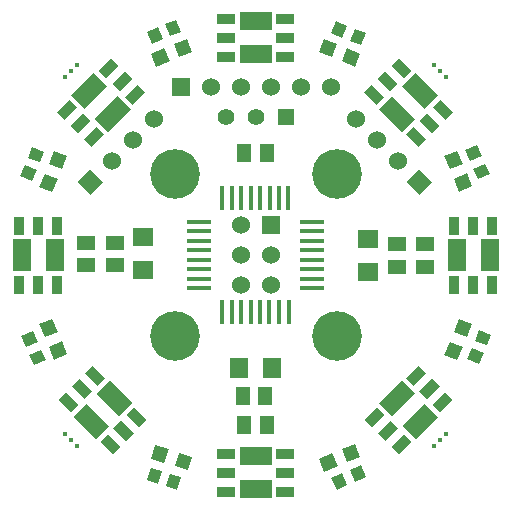
<source format=gts>
G04 (created by PCBNEW (2013-01-21 BZR 3918)-testing) date Wed 23 Jan 2013 08:24:13 PM CET*
%MOIN*%
G04 Gerber Fmt 3.4, Leading zero omitted, Abs format*
%FSLAX34Y34*%
G01*
G70*
G90*
G04 APERTURE LIST*
%ADD10C,2.3622e-06*%
%ADD11C,0.1654*%
%ADD12C,0.016*%
%ADD13R,0.055X0.055*%
%ADD14C,0.055*%
%ADD15R,0.0591X0.0354*%
%ADD16R,0.1063X0.063*%
%ADD17R,0.0787X0.0177*%
%ADD18R,0.0177X0.0787*%
%ADD19R,0.06X0.06*%
%ADD20C,0.06*%
%ADD21R,0.059X0.0511*%
%ADD22R,0.0511X0.059*%
%ADD23R,0.0708X0.0629*%
%ADD24R,0.0629X0.0708*%
%ADD25R,0.0354X0.0591*%
%ADD26R,0.063X0.1063*%
G04 APERTURE END LIST*
G54D10*
G54D11*
X35450Y-25150D03*
G54D12*
X38900Y-34000D03*
X39100Y-33800D03*
X38700Y-34200D03*
X26800Y-21500D03*
X26400Y-21900D03*
X26600Y-21700D03*
X26400Y-33800D03*
X26800Y-34200D03*
X26600Y-34000D03*
X39100Y-21900D03*
X38900Y-21700D03*
X38700Y-21500D03*
G54D13*
X33750Y-23250D03*
G54D14*
X32750Y-23250D03*
X31750Y-23250D03*
G54D10*
G36*
X37683Y-21942D02*
X37265Y-21524D01*
X37515Y-21274D01*
X37933Y-21692D01*
X37683Y-21942D01*
X37683Y-21942D01*
G37*
G36*
X37237Y-22388D02*
X36820Y-21970D01*
X37070Y-21720D01*
X37488Y-22137D01*
X37237Y-22388D01*
X37237Y-22388D01*
G37*
G36*
X36792Y-22833D02*
X36374Y-22415D01*
X36624Y-22165D01*
X37042Y-22583D01*
X36792Y-22833D01*
X36792Y-22833D01*
G37*
G36*
X38184Y-24225D02*
X37766Y-23807D01*
X38016Y-23557D01*
X38434Y-23975D01*
X38184Y-24225D01*
X38184Y-24225D01*
G37*
G36*
X38629Y-23779D02*
X38211Y-23362D01*
X38462Y-23111D01*
X38879Y-23529D01*
X38629Y-23779D01*
X38629Y-23779D01*
G37*
G36*
X39075Y-23334D02*
X38657Y-22916D01*
X38907Y-22666D01*
X39325Y-23084D01*
X39075Y-23334D01*
X39075Y-23334D01*
G37*
G36*
X37613Y-23738D02*
X36861Y-22986D01*
X37307Y-22541D01*
X38058Y-23292D01*
X37613Y-23738D01*
X37613Y-23738D01*
G37*
G36*
X38392Y-22958D02*
X37641Y-22207D01*
X38086Y-21761D01*
X38838Y-22513D01*
X38392Y-22958D01*
X38392Y-22958D01*
G37*
G54D15*
X31766Y-19970D03*
X31766Y-20600D03*
X31766Y-21230D03*
X33734Y-21230D03*
X33734Y-20600D03*
X33734Y-19970D03*
G54D16*
X32750Y-21151D03*
X32750Y-20049D03*
G54D10*
G36*
X25963Y-29960D02*
X26148Y-30394D01*
X25713Y-30579D01*
X25529Y-30144D01*
X25963Y-29960D01*
X25963Y-29960D01*
G37*
G36*
X26286Y-30720D02*
X26470Y-31155D01*
X26036Y-31339D01*
X25851Y-30905D01*
X26286Y-30720D01*
X26286Y-30720D01*
G37*
G36*
X26461Y-24536D02*
X26285Y-24974D01*
X25847Y-24797D01*
X26024Y-24359D01*
X26461Y-24536D01*
X26461Y-24536D01*
G37*
G36*
X26152Y-25302D02*
X25975Y-25740D01*
X25538Y-25563D01*
X25714Y-25125D01*
X26152Y-25302D01*
X26152Y-25302D01*
G37*
G36*
X39536Y-25739D02*
X39351Y-25305D01*
X39786Y-25120D01*
X39970Y-25555D01*
X39536Y-25739D01*
X39536Y-25739D01*
G37*
G36*
X39213Y-24979D02*
X39029Y-24544D01*
X39463Y-24360D01*
X39648Y-24794D01*
X39213Y-24979D01*
X39213Y-24979D01*
G37*
G36*
X39038Y-31163D02*
X39214Y-30725D01*
X39652Y-30902D01*
X39475Y-31340D01*
X39038Y-31163D01*
X39038Y-31163D01*
G37*
G36*
X39347Y-30397D02*
X39524Y-29959D01*
X39961Y-30136D01*
X39785Y-30574D01*
X39347Y-30397D01*
X39347Y-30397D01*
G37*
G36*
X34860Y-34636D02*
X35294Y-34451D01*
X35479Y-34886D01*
X35044Y-35070D01*
X34860Y-34636D01*
X34860Y-34636D01*
G37*
G36*
X35620Y-34313D02*
X36055Y-34129D01*
X36239Y-34563D01*
X35805Y-34748D01*
X35620Y-34313D01*
X35620Y-34313D01*
G37*
G36*
X29398Y-34184D02*
X29849Y-34322D01*
X29711Y-34773D01*
X29260Y-34635D01*
X29398Y-34184D01*
X29398Y-34184D01*
G37*
G36*
X30188Y-34426D02*
X30639Y-34564D01*
X30501Y-35015D01*
X30050Y-34877D01*
X30188Y-34426D01*
X30188Y-34426D01*
G37*
G36*
X30639Y-21063D02*
X30205Y-21248D01*
X30020Y-20813D01*
X30455Y-20629D01*
X30639Y-21063D01*
X30639Y-21063D01*
G37*
G36*
X29879Y-21386D02*
X29444Y-21570D01*
X29260Y-21136D01*
X29694Y-20951D01*
X29879Y-21386D01*
X29879Y-21386D01*
G37*
G36*
X36063Y-21561D02*
X35625Y-21385D01*
X35802Y-20947D01*
X36240Y-21124D01*
X36063Y-21561D01*
X36063Y-21561D01*
G37*
G36*
X35297Y-21252D02*
X34859Y-21075D01*
X35036Y-20638D01*
X35474Y-20814D01*
X35297Y-21252D01*
X35297Y-21252D01*
G37*
G54D11*
X35450Y-30550D03*
X30050Y-25150D03*
X30050Y-30550D03*
G54D17*
X30854Y-28943D03*
X30854Y-28628D03*
X30854Y-28313D03*
X30854Y-27998D03*
X30854Y-27683D03*
X30854Y-27368D03*
X30854Y-27053D03*
X30854Y-26738D03*
X34620Y-26740D03*
X34620Y-28950D03*
X34620Y-28630D03*
X34620Y-28310D03*
X34620Y-28000D03*
X34620Y-27680D03*
X34620Y-27370D03*
X34620Y-27050D03*
G54D18*
X31638Y-25950D03*
X31952Y-25950D03*
X32268Y-25950D03*
X32582Y-25950D03*
X32898Y-25950D03*
X33212Y-25950D03*
X33528Y-25950D03*
X33842Y-25950D03*
X31640Y-29730D03*
X31950Y-29730D03*
X32270Y-29730D03*
X32580Y-29730D03*
X32890Y-29730D03*
X33210Y-29730D03*
X33530Y-29730D03*
X33850Y-29730D03*
G54D19*
X33250Y-26850D03*
G54D20*
X32250Y-26850D03*
X33250Y-27850D03*
X32250Y-27850D03*
X33250Y-28850D03*
X32250Y-28850D03*
G54D21*
X27100Y-27426D03*
X27100Y-28174D03*
G54D22*
X32376Y-24450D03*
X33124Y-24450D03*
X32376Y-33500D03*
X33124Y-33500D03*
G54D21*
X38400Y-28224D03*
X38400Y-27476D03*
G54D22*
X32326Y-32550D03*
X33074Y-32550D03*
G54D23*
X29000Y-27249D03*
X29000Y-28351D03*
X36500Y-28401D03*
X36500Y-27299D03*
G54D21*
X28050Y-27426D03*
X28050Y-28174D03*
X37450Y-28224D03*
X37450Y-27476D03*
G54D24*
X32199Y-31600D03*
X33301Y-31600D03*
G54D15*
X33734Y-35730D03*
X33734Y-35100D03*
X33734Y-34470D03*
X31766Y-34470D03*
X31766Y-35100D03*
X31766Y-35730D03*
G54D16*
X32750Y-34549D03*
X32750Y-35651D03*
G54D10*
G36*
X38657Y-32833D02*
X39075Y-32415D01*
X39325Y-32665D01*
X38907Y-33083D01*
X38657Y-32833D01*
X38657Y-32833D01*
G37*
G36*
X38211Y-32387D02*
X38629Y-31970D01*
X38879Y-32220D01*
X38462Y-32638D01*
X38211Y-32387D01*
X38211Y-32387D01*
G37*
G36*
X37766Y-31942D02*
X38184Y-31524D01*
X38434Y-31774D01*
X38016Y-32192D01*
X37766Y-31942D01*
X37766Y-31942D01*
G37*
G36*
X36374Y-33334D02*
X36792Y-32916D01*
X37042Y-33166D01*
X36624Y-33584D01*
X36374Y-33334D01*
X36374Y-33334D01*
G37*
G36*
X36820Y-33779D02*
X37237Y-33361D01*
X37488Y-33612D01*
X37070Y-34029D01*
X36820Y-33779D01*
X36820Y-33779D01*
G37*
G36*
X37265Y-34225D02*
X37683Y-33807D01*
X37933Y-34057D01*
X37515Y-34475D01*
X37265Y-34225D01*
X37265Y-34225D01*
G37*
G36*
X36861Y-32763D02*
X37613Y-32011D01*
X38058Y-32457D01*
X37307Y-33208D01*
X36861Y-32763D01*
X36861Y-32763D01*
G37*
G36*
X37641Y-33542D02*
X38392Y-32791D01*
X38838Y-33236D01*
X38086Y-33988D01*
X37641Y-33542D01*
X37641Y-33542D01*
G37*
G54D25*
X40630Y-26866D03*
X40000Y-26866D03*
X39370Y-26866D03*
X39370Y-28834D03*
X40000Y-28834D03*
X40630Y-28834D03*
G54D26*
X39449Y-27850D03*
X40551Y-27850D03*
G54D10*
G36*
X26792Y-22916D02*
X26374Y-23334D01*
X26124Y-23084D01*
X26542Y-22666D01*
X26792Y-22916D01*
X26792Y-22916D01*
G37*
G36*
X27238Y-23362D02*
X26820Y-23779D01*
X26570Y-23529D01*
X26987Y-23111D01*
X27238Y-23362D01*
X27238Y-23362D01*
G37*
G36*
X27683Y-23807D02*
X27265Y-24225D01*
X27015Y-23975D01*
X27433Y-23557D01*
X27683Y-23807D01*
X27683Y-23807D01*
G37*
G36*
X29075Y-22415D02*
X28657Y-22833D01*
X28407Y-22583D01*
X28825Y-22165D01*
X29075Y-22415D01*
X29075Y-22415D01*
G37*
G36*
X28629Y-21970D02*
X28212Y-22388D01*
X27961Y-22137D01*
X28379Y-21720D01*
X28629Y-21970D01*
X28629Y-21970D01*
G37*
G36*
X28184Y-21524D02*
X27766Y-21942D01*
X27516Y-21692D01*
X27934Y-21274D01*
X28184Y-21524D01*
X28184Y-21524D01*
G37*
G36*
X28588Y-22986D02*
X27836Y-23738D01*
X27391Y-23292D01*
X28142Y-22541D01*
X28588Y-22986D01*
X28588Y-22986D01*
G37*
G36*
X27808Y-22207D02*
X27057Y-22958D01*
X26611Y-22513D01*
X27363Y-21761D01*
X27808Y-22207D01*
X27808Y-22207D01*
G37*
G54D25*
X24870Y-28834D03*
X25500Y-28834D03*
X26130Y-28834D03*
X26130Y-26866D03*
X25500Y-26866D03*
X24870Y-26866D03*
G54D26*
X26051Y-27850D03*
X24949Y-27850D03*
G54D10*
G36*
X27816Y-33807D02*
X28234Y-34225D01*
X27984Y-34475D01*
X27566Y-34057D01*
X27816Y-33807D01*
X27816Y-33807D01*
G37*
G36*
X28262Y-33361D02*
X28679Y-33779D01*
X28429Y-34029D01*
X28011Y-33612D01*
X28262Y-33361D01*
X28262Y-33361D01*
G37*
G36*
X28707Y-32916D02*
X29125Y-33334D01*
X28875Y-33584D01*
X28457Y-33166D01*
X28707Y-32916D01*
X28707Y-32916D01*
G37*
G36*
X27315Y-31524D02*
X27733Y-31942D01*
X27483Y-32192D01*
X27065Y-31774D01*
X27315Y-31524D01*
X27315Y-31524D01*
G37*
G36*
X26870Y-31970D02*
X27288Y-32387D01*
X27037Y-32638D01*
X26620Y-32220D01*
X26870Y-31970D01*
X26870Y-31970D01*
G37*
G36*
X26424Y-32415D02*
X26842Y-32833D01*
X26592Y-33083D01*
X26174Y-32665D01*
X26424Y-32415D01*
X26424Y-32415D01*
G37*
G36*
X27886Y-32011D02*
X28638Y-32763D01*
X28192Y-33208D01*
X27441Y-32457D01*
X27886Y-32011D01*
X27886Y-32011D01*
G37*
G36*
X27107Y-32791D02*
X27858Y-33542D01*
X27413Y-33988D01*
X26661Y-33236D01*
X27107Y-32791D01*
X27107Y-32791D01*
G37*
G36*
X35446Y-35656D02*
X35277Y-35257D01*
X35638Y-35104D01*
X35808Y-35503D01*
X35446Y-35656D01*
X35446Y-35656D01*
G37*
G36*
X36061Y-35395D02*
X35891Y-34996D01*
X36253Y-34843D01*
X36422Y-35242D01*
X36061Y-35395D01*
X36061Y-35395D01*
G37*
G36*
X40202Y-31472D02*
X39800Y-31310D01*
X39947Y-30946D01*
X40349Y-31108D01*
X40202Y-31472D01*
X40202Y-31472D01*
G37*
G36*
X40452Y-30853D02*
X40050Y-30691D01*
X40197Y-30327D01*
X40599Y-30489D01*
X40452Y-30853D01*
X40452Y-30853D01*
G37*
G36*
X40556Y-25153D02*
X40157Y-25322D01*
X40004Y-24961D01*
X40403Y-24791D01*
X40556Y-25153D01*
X40556Y-25153D01*
G37*
G36*
X40295Y-24538D02*
X39896Y-24708D01*
X39743Y-24346D01*
X40142Y-24177D01*
X40295Y-24538D01*
X40295Y-24538D01*
G37*
G36*
X36422Y-20447D02*
X36260Y-20849D01*
X35896Y-20702D01*
X36058Y-20300D01*
X36422Y-20447D01*
X36422Y-20447D01*
G37*
G36*
X35803Y-20197D02*
X35641Y-20599D01*
X35277Y-20452D01*
X35439Y-20050D01*
X35803Y-20197D01*
X35803Y-20197D01*
G37*
G36*
X30103Y-19993D02*
X30272Y-20392D01*
X29911Y-20545D01*
X29741Y-20146D01*
X30103Y-19993D01*
X30103Y-19993D01*
G37*
G36*
X29488Y-20254D02*
X29658Y-20653D01*
X29296Y-20806D01*
X29127Y-20407D01*
X29488Y-20254D01*
X29488Y-20254D01*
G37*
G36*
X25297Y-24227D02*
X25699Y-24389D01*
X25552Y-24753D01*
X25150Y-24591D01*
X25297Y-24227D01*
X25297Y-24227D01*
G37*
G36*
X25047Y-24846D02*
X25449Y-25008D01*
X25302Y-25372D01*
X24900Y-25210D01*
X25047Y-24846D01*
X25047Y-24846D01*
G37*
G36*
X24943Y-30546D02*
X25342Y-30377D01*
X25495Y-30738D01*
X25096Y-30908D01*
X24943Y-30546D01*
X24943Y-30546D01*
G37*
G36*
X25204Y-31161D02*
X25603Y-30991D01*
X25756Y-31353D01*
X25357Y-31522D01*
X25204Y-31161D01*
X25204Y-31161D01*
G37*
G36*
X29129Y-35351D02*
X29255Y-34937D01*
X29631Y-35052D01*
X29505Y-35466D01*
X29129Y-35351D01*
X29129Y-35351D01*
G37*
G36*
X29768Y-35547D02*
X29894Y-35133D01*
X30270Y-35248D01*
X30144Y-35662D01*
X29768Y-35547D01*
X29768Y-35547D01*
G37*
G36*
X38634Y-25410D02*
X38210Y-25834D01*
X37786Y-25410D01*
X38210Y-24986D01*
X38634Y-25410D01*
X38634Y-25410D01*
G37*
G54D20*
X37503Y-24703D03*
X36796Y-23996D03*
X36089Y-23289D03*
G54D10*
G36*
X27239Y-25834D02*
X26815Y-25410D01*
X27239Y-24986D01*
X27663Y-25410D01*
X27239Y-25834D01*
X27239Y-25834D01*
G37*
G54D20*
X27946Y-24703D03*
X28653Y-23996D03*
X29360Y-23289D03*
G54D19*
X30250Y-22250D03*
G54D20*
X31250Y-22250D03*
X32250Y-22250D03*
X33250Y-22250D03*
X34250Y-22250D03*
X35250Y-22250D03*
M02*

</source>
